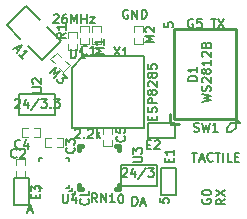
<source format=gto>
G04 (created by PCBNEW (2013-jul-07)-stable) date Sun 10 Jul 2016 10:25:08 PM EDT*
%MOIN*%
G04 Gerber Fmt 3.4, Leading zero omitted, Abs format*
%FSLAX34Y34*%
G01*
G70*
G90*
G04 APERTURE LIST*
%ADD10C,0.00590551*%
%ADD11C,0.00787402*%
%ADD12C,0.005*%
%ADD13C,0.006*%
%ADD14C,0.0028*%
%ADD15C,0.01*%
%ADD16C,0.015*%
G04 APERTURE END LIST*
G54D10*
G54D11*
X21610Y-16231D02*
X21760Y-16081D01*
X21460Y-16231D02*
X21610Y-16231D01*
X21460Y-16081D02*
X21460Y-16231D01*
X21610Y-15931D02*
X21460Y-16081D01*
X21910Y-15931D02*
X21610Y-15931D01*
X21760Y-15781D02*
X21910Y-15931D01*
X21760Y-16081D02*
X21760Y-15781D01*
G54D12*
X14758Y-12025D02*
X14121Y-12662D01*
X14121Y-12662D02*
X14581Y-13121D01*
X15462Y-12729D02*
X15921Y-13189D01*
X15921Y-13189D02*
X15285Y-13825D01*
X15285Y-13825D02*
X14825Y-13366D01*
X15217Y-12485D02*
X14758Y-12025D01*
X15734Y-14959D02*
X15734Y-15659D01*
X15734Y-15659D02*
X14534Y-15659D01*
X14534Y-15659D02*
X14534Y-14959D01*
X14534Y-14959D02*
X15734Y-14959D01*
X19118Y-17340D02*
X19118Y-18040D01*
X19118Y-18040D02*
X17918Y-18040D01*
X17918Y-18040D02*
X17918Y-17340D01*
X17918Y-17340D02*
X19118Y-17340D01*
G54D13*
X16675Y-13700D02*
X18325Y-13700D01*
X18325Y-13700D02*
X18700Y-13700D01*
X18700Y-13700D02*
X18700Y-16100D01*
X18700Y-16100D02*
X16300Y-16100D01*
X16300Y-16100D02*
X16300Y-14075D01*
X16300Y-14075D02*
X16675Y-13700D01*
G54D10*
X16388Y-18190D02*
X16388Y-18288D01*
X16388Y-18288D02*
X16290Y-18288D01*
X16290Y-18092D02*
X16290Y-18190D01*
X16290Y-18190D02*
X16192Y-18190D01*
X16093Y-17107D02*
X16192Y-17107D01*
X16192Y-17107D02*
X16192Y-17206D01*
X15207Y-17206D02*
X15207Y-17107D01*
X15207Y-17107D02*
X15306Y-17107D01*
X15306Y-18092D02*
X15207Y-18092D01*
X15207Y-18092D02*
X15207Y-17993D01*
X16192Y-17993D02*
X16192Y-18092D01*
X16192Y-18092D02*
X16093Y-18092D01*
G54D14*
X16950Y-13100D02*
X16950Y-13300D01*
X16950Y-13300D02*
X17250Y-13300D01*
X17250Y-13300D02*
X17250Y-13100D01*
X16950Y-12900D02*
X16950Y-12700D01*
X16950Y-12700D02*
X17250Y-12700D01*
X17250Y-12700D02*
X17250Y-12900D01*
X18650Y-12900D02*
X18650Y-12700D01*
X18650Y-12700D02*
X18350Y-12700D01*
X18350Y-12700D02*
X18350Y-12900D01*
X18650Y-13100D02*
X18650Y-13300D01*
X18650Y-13300D02*
X18350Y-13300D01*
X18350Y-13300D02*
X18350Y-13100D01*
G54D12*
X14350Y-18650D02*
X14350Y-17750D01*
X14350Y-17750D02*
X14850Y-17750D01*
X14850Y-17750D02*
X14850Y-18650D01*
X14850Y-18650D02*
X14350Y-18650D01*
X19740Y-16426D02*
X18840Y-16426D01*
X18840Y-16426D02*
X18840Y-15926D01*
X18840Y-15926D02*
X19740Y-15926D01*
X19740Y-15926D02*
X19740Y-16426D01*
X19777Y-17409D02*
X19777Y-18309D01*
X19777Y-18309D02*
X19277Y-18309D01*
X19277Y-18309D02*
X19277Y-17409D01*
X19277Y-17409D02*
X19777Y-17409D01*
G54D14*
X16461Y-13082D02*
X16461Y-12882D01*
X16461Y-12882D02*
X16161Y-12882D01*
X16161Y-12882D02*
X16161Y-13082D01*
X16461Y-13282D02*
X16461Y-13482D01*
X16461Y-13482D02*
X16161Y-13482D01*
X16161Y-13482D02*
X16161Y-13282D01*
X14735Y-17338D02*
X14735Y-17138D01*
X14735Y-17138D02*
X14435Y-17138D01*
X14435Y-17138D02*
X14435Y-17338D01*
X14735Y-17538D02*
X14735Y-17738D01*
X14735Y-17738D02*
X14435Y-17738D01*
X14435Y-17738D02*
X14435Y-17538D01*
X15596Y-16438D02*
X15396Y-16438D01*
X15396Y-16438D02*
X15396Y-16738D01*
X15396Y-16738D02*
X15596Y-16738D01*
X15796Y-16438D02*
X15996Y-16438D01*
X15996Y-16438D02*
X15996Y-16738D01*
X15996Y-16738D02*
X15796Y-16738D01*
G54D15*
X19558Y-15914D02*
X19598Y-15954D01*
X19598Y-15954D02*
X19873Y-15954D01*
X19558Y-15639D02*
X19558Y-15914D01*
X21763Y-15796D02*
X19716Y-15796D01*
X19716Y-15796D02*
X19716Y-12804D01*
X19716Y-12804D02*
X21763Y-12804D01*
X21763Y-12804D02*
X21763Y-15796D01*
G54D14*
X15024Y-16397D02*
X15224Y-16397D01*
X15224Y-16397D02*
X15224Y-16097D01*
X15224Y-16097D02*
X15024Y-16097D01*
X14824Y-16397D02*
X14624Y-16397D01*
X14624Y-16397D02*
X14624Y-16097D01*
X14624Y-16097D02*
X14824Y-16097D01*
X15864Y-14076D02*
X16006Y-14218D01*
X16006Y-14218D02*
X16218Y-14006D01*
X16218Y-14006D02*
X16076Y-13864D01*
X15723Y-13935D02*
X15581Y-13793D01*
X15581Y-13793D02*
X15793Y-13581D01*
X15793Y-13581D02*
X15935Y-13723D01*
G54D16*
X16648Y-18108D02*
X16530Y-18108D01*
X16530Y-18108D02*
X16530Y-17990D01*
X17751Y-16691D02*
X17869Y-16691D01*
X17869Y-16691D02*
X17869Y-16809D01*
X17869Y-17990D02*
X17869Y-18108D01*
X17869Y-18108D02*
X17751Y-18108D01*
X16648Y-16691D02*
X16530Y-16691D01*
X16530Y-16691D02*
X16530Y-16809D01*
G54D14*
X16850Y-12900D02*
X16850Y-12700D01*
X16850Y-12700D02*
X16550Y-12700D01*
X16550Y-12700D02*
X16550Y-12900D01*
X16850Y-13100D02*
X16850Y-13300D01*
X16850Y-13300D02*
X16550Y-13300D01*
X16550Y-13300D02*
X16550Y-13100D01*
X17640Y-16298D02*
X17640Y-16098D01*
X17640Y-16098D02*
X17340Y-16098D01*
X17340Y-16098D02*
X17340Y-16298D01*
X17640Y-16498D02*
X17640Y-16698D01*
X17640Y-16698D02*
X17340Y-16698D01*
X17340Y-16698D02*
X17340Y-16498D01*
G54D10*
X14417Y-13423D02*
X14518Y-13524D01*
X14336Y-13464D02*
X14619Y-13322D01*
X14477Y-13605D01*
X14659Y-13787D02*
X14538Y-13666D01*
X14599Y-13726D02*
X14811Y-13514D01*
X14760Y-13524D01*
X14720Y-13524D01*
X14689Y-13514D01*
X20360Y-16207D02*
X20402Y-16221D01*
X20474Y-16221D01*
X20502Y-16207D01*
X20517Y-16192D01*
X20531Y-16164D01*
X20531Y-16135D01*
X20517Y-16107D01*
X20502Y-16092D01*
X20474Y-16078D01*
X20417Y-16064D01*
X20388Y-16050D01*
X20374Y-16035D01*
X20360Y-16007D01*
X20360Y-15978D01*
X20374Y-15950D01*
X20388Y-15935D01*
X20417Y-15921D01*
X20488Y-15921D01*
X20531Y-15935D01*
X20631Y-15921D02*
X20702Y-16221D01*
X20760Y-16007D01*
X20817Y-16221D01*
X20888Y-15921D01*
X21160Y-16221D02*
X20988Y-16221D01*
X21074Y-16221D02*
X21074Y-15921D01*
X21045Y-15964D01*
X21017Y-15992D01*
X20988Y-16007D01*
X20290Y-16908D02*
X20462Y-16908D01*
X20376Y-17208D02*
X20376Y-16908D01*
X20548Y-17122D02*
X20690Y-17122D01*
X20519Y-17208D02*
X20619Y-16908D01*
X20719Y-17208D01*
X20990Y-17179D02*
X20976Y-17194D01*
X20933Y-17208D01*
X20905Y-17208D01*
X20862Y-17194D01*
X20833Y-17165D01*
X20819Y-17137D01*
X20805Y-17079D01*
X20805Y-17037D01*
X20819Y-16979D01*
X20833Y-16951D01*
X20862Y-16922D01*
X20905Y-16908D01*
X20933Y-16908D01*
X20976Y-16922D01*
X20990Y-16937D01*
X21076Y-16908D02*
X21248Y-16908D01*
X21162Y-17208D02*
X21162Y-16908D01*
X21348Y-17208D02*
X21348Y-16908D01*
X21633Y-17208D02*
X21490Y-17208D01*
X21490Y-16908D01*
X21733Y-17051D02*
X21833Y-17051D01*
X21876Y-17208D02*
X21733Y-17208D01*
X21733Y-16908D01*
X21876Y-16908D01*
X14979Y-14911D02*
X15221Y-14911D01*
X15250Y-14897D01*
X15264Y-14883D01*
X15279Y-14854D01*
X15279Y-14797D01*
X15264Y-14768D01*
X15250Y-14754D01*
X15221Y-14740D01*
X14979Y-14740D01*
X15007Y-14611D02*
X14993Y-14597D01*
X14979Y-14568D01*
X14979Y-14497D01*
X14993Y-14468D01*
X15007Y-14454D01*
X15036Y-14440D01*
X15064Y-14440D01*
X15107Y-14454D01*
X15279Y-14625D01*
X15279Y-14440D01*
X14399Y-15152D02*
X14413Y-15137D01*
X14442Y-15123D01*
X14513Y-15123D01*
X14542Y-15137D01*
X14556Y-15152D01*
X14570Y-15180D01*
X14570Y-15209D01*
X14556Y-15252D01*
X14384Y-15423D01*
X14570Y-15423D01*
X14827Y-15223D02*
X14827Y-15423D01*
X14756Y-15109D02*
X14684Y-15323D01*
X14870Y-15323D01*
X15199Y-15109D02*
X14942Y-15494D01*
X15270Y-15123D02*
X15456Y-15123D01*
X15356Y-15237D01*
X15399Y-15237D01*
X15427Y-15252D01*
X15442Y-15266D01*
X15456Y-15294D01*
X15456Y-15366D01*
X15442Y-15394D01*
X15427Y-15409D01*
X15399Y-15423D01*
X15313Y-15423D01*
X15284Y-15409D01*
X15270Y-15394D01*
X15584Y-15394D02*
X15599Y-15409D01*
X15584Y-15423D01*
X15570Y-15409D01*
X15584Y-15394D01*
X15584Y-15423D01*
X15699Y-15123D02*
X15884Y-15123D01*
X15784Y-15237D01*
X15827Y-15237D01*
X15856Y-15252D01*
X15870Y-15266D01*
X15884Y-15294D01*
X15884Y-15366D01*
X15870Y-15394D01*
X15856Y-15409D01*
X15827Y-15423D01*
X15742Y-15423D01*
X15713Y-15409D01*
X15699Y-15394D01*
X18331Y-17228D02*
X18574Y-17228D01*
X18602Y-17214D01*
X18617Y-17200D01*
X18631Y-17171D01*
X18631Y-17114D01*
X18617Y-17085D01*
X18602Y-17071D01*
X18574Y-17057D01*
X18331Y-17057D01*
X18331Y-16942D02*
X18331Y-16757D01*
X18445Y-16857D01*
X18445Y-16814D01*
X18460Y-16785D01*
X18474Y-16771D01*
X18502Y-16757D01*
X18574Y-16757D01*
X18602Y-16771D01*
X18617Y-16785D01*
X18631Y-16814D01*
X18631Y-16900D01*
X18617Y-16928D01*
X18602Y-16942D01*
X17973Y-17456D02*
X17987Y-17441D01*
X18016Y-17427D01*
X18087Y-17427D01*
X18116Y-17441D01*
X18130Y-17456D01*
X18144Y-17484D01*
X18144Y-17513D01*
X18130Y-17556D01*
X17959Y-17727D01*
X18144Y-17727D01*
X18402Y-17527D02*
X18402Y-17727D01*
X18330Y-17413D02*
X18259Y-17627D01*
X18444Y-17627D01*
X18773Y-17413D02*
X18516Y-17798D01*
X18844Y-17427D02*
X19030Y-17427D01*
X18930Y-17541D01*
X18973Y-17541D01*
X19002Y-17556D01*
X19016Y-17570D01*
X19030Y-17598D01*
X19030Y-17670D01*
X19016Y-17698D01*
X19002Y-17713D01*
X18973Y-17727D01*
X18887Y-17727D01*
X18859Y-17713D01*
X18844Y-17698D01*
X16251Y-13461D02*
X16251Y-13704D01*
X16265Y-13732D01*
X16280Y-13747D01*
X16308Y-13761D01*
X16365Y-13761D01*
X16394Y-13747D01*
X16408Y-13732D01*
X16422Y-13704D01*
X16422Y-13461D01*
X16722Y-13761D02*
X16551Y-13761D01*
X16637Y-13761D02*
X16637Y-13461D01*
X16608Y-13504D01*
X16580Y-13532D01*
X16551Y-13547D01*
X18964Y-15828D02*
X18964Y-15728D01*
X19121Y-15685D02*
X19121Y-15828D01*
X18821Y-15828D01*
X18821Y-15685D01*
X19107Y-15571D02*
X19121Y-15528D01*
X19121Y-15457D01*
X19107Y-15428D01*
X19092Y-15414D01*
X19064Y-15399D01*
X19035Y-15399D01*
X19007Y-15414D01*
X18992Y-15428D01*
X18978Y-15457D01*
X18964Y-15514D01*
X18950Y-15542D01*
X18935Y-15557D01*
X18907Y-15571D01*
X18878Y-15571D01*
X18850Y-15557D01*
X18835Y-15542D01*
X18821Y-15514D01*
X18821Y-15442D01*
X18835Y-15399D01*
X19121Y-15271D02*
X18821Y-15271D01*
X18821Y-15157D01*
X18835Y-15128D01*
X18850Y-15114D01*
X18878Y-15099D01*
X18921Y-15099D01*
X18950Y-15114D01*
X18964Y-15128D01*
X18978Y-15157D01*
X18978Y-15271D01*
X18950Y-14928D02*
X18935Y-14957D01*
X18921Y-14971D01*
X18892Y-14985D01*
X18878Y-14985D01*
X18850Y-14971D01*
X18835Y-14957D01*
X18821Y-14928D01*
X18821Y-14871D01*
X18835Y-14842D01*
X18850Y-14828D01*
X18878Y-14814D01*
X18892Y-14814D01*
X18921Y-14828D01*
X18935Y-14842D01*
X18950Y-14871D01*
X18950Y-14928D01*
X18964Y-14957D01*
X18978Y-14971D01*
X19007Y-14985D01*
X19064Y-14985D01*
X19092Y-14971D01*
X19107Y-14957D01*
X19121Y-14928D01*
X19121Y-14871D01*
X19107Y-14842D01*
X19092Y-14828D01*
X19064Y-14814D01*
X19007Y-14814D01*
X18978Y-14828D01*
X18964Y-14842D01*
X18950Y-14871D01*
X18850Y-14699D02*
X18835Y-14685D01*
X18821Y-14657D01*
X18821Y-14585D01*
X18835Y-14557D01*
X18850Y-14542D01*
X18878Y-14528D01*
X18907Y-14528D01*
X18950Y-14542D01*
X19121Y-14714D01*
X19121Y-14528D01*
X18950Y-14357D02*
X18935Y-14385D01*
X18921Y-14399D01*
X18892Y-14414D01*
X18878Y-14414D01*
X18850Y-14399D01*
X18835Y-14385D01*
X18821Y-14357D01*
X18821Y-14299D01*
X18835Y-14271D01*
X18850Y-14257D01*
X18878Y-14242D01*
X18892Y-14242D01*
X18921Y-14257D01*
X18935Y-14271D01*
X18950Y-14299D01*
X18950Y-14357D01*
X18964Y-14385D01*
X18978Y-14399D01*
X19007Y-14414D01*
X19064Y-14414D01*
X19092Y-14399D01*
X19107Y-14385D01*
X19121Y-14357D01*
X19121Y-14299D01*
X19107Y-14271D01*
X19092Y-14257D01*
X19064Y-14242D01*
X19007Y-14242D01*
X18978Y-14257D01*
X18964Y-14271D01*
X18950Y-14299D01*
X18821Y-13971D02*
X18821Y-14114D01*
X18964Y-14128D01*
X18950Y-14114D01*
X18935Y-14085D01*
X18935Y-14014D01*
X18950Y-13985D01*
X18964Y-13971D01*
X18992Y-13957D01*
X19064Y-13957D01*
X19092Y-13971D01*
X19107Y-13985D01*
X19121Y-14014D01*
X19121Y-14085D01*
X19107Y-14114D01*
X19092Y-14128D01*
X15989Y-18289D02*
X15989Y-18532D01*
X16003Y-18560D01*
X16018Y-18575D01*
X16046Y-18589D01*
X16103Y-18589D01*
X16132Y-18575D01*
X16146Y-18560D01*
X16160Y-18532D01*
X16160Y-18289D01*
X16432Y-18389D02*
X16432Y-18589D01*
X16360Y-18275D02*
X16289Y-18489D01*
X16475Y-18489D01*
X20939Y-12463D02*
X21110Y-12463D01*
X21025Y-12763D02*
X21025Y-12463D01*
X21182Y-12463D02*
X21382Y-12763D01*
X21382Y-12463D02*
X21182Y-12763D01*
X21406Y-18464D02*
X21263Y-18564D01*
X21406Y-18635D02*
X21106Y-18635D01*
X21106Y-18521D01*
X21120Y-18492D01*
X21135Y-18478D01*
X21163Y-18464D01*
X21206Y-18464D01*
X21235Y-18478D01*
X21249Y-18492D01*
X21263Y-18521D01*
X21263Y-18635D01*
X21106Y-18364D02*
X21406Y-18164D01*
X21106Y-18164D02*
X21406Y-18364D01*
X18163Y-12157D02*
X18134Y-12143D01*
X18092Y-12143D01*
X18049Y-12157D01*
X18020Y-12186D01*
X18006Y-12214D01*
X17992Y-12272D01*
X17992Y-12314D01*
X18006Y-12372D01*
X18020Y-12400D01*
X18049Y-12429D01*
X18092Y-12443D01*
X18120Y-12443D01*
X18163Y-12429D01*
X18177Y-12414D01*
X18177Y-12314D01*
X18120Y-12314D01*
X18306Y-12443D02*
X18306Y-12143D01*
X18477Y-12443D01*
X18477Y-12143D01*
X18620Y-12443D02*
X18620Y-12143D01*
X18692Y-12143D01*
X18734Y-12157D01*
X18763Y-12186D01*
X18777Y-12214D01*
X18792Y-12272D01*
X18792Y-12314D01*
X18777Y-12372D01*
X18763Y-12400D01*
X18734Y-12429D01*
X18692Y-12443D01*
X18620Y-12443D01*
X17695Y-13389D02*
X17895Y-13689D01*
X17895Y-13389D02*
X17695Y-13689D01*
X18166Y-13689D02*
X17995Y-13689D01*
X18080Y-13689D02*
X18080Y-13389D01*
X18052Y-13432D01*
X18023Y-13460D01*
X17995Y-13475D01*
X15687Y-12328D02*
X15701Y-12313D01*
X15730Y-12299D01*
X15801Y-12299D01*
X15830Y-12313D01*
X15844Y-12328D01*
X15858Y-12356D01*
X15858Y-12385D01*
X15844Y-12428D01*
X15673Y-12599D01*
X15858Y-12599D01*
X16116Y-12299D02*
X16058Y-12299D01*
X16030Y-12313D01*
X16016Y-12328D01*
X15987Y-12370D01*
X15973Y-12428D01*
X15973Y-12542D01*
X15987Y-12570D01*
X16001Y-12585D01*
X16030Y-12599D01*
X16087Y-12599D01*
X16116Y-12585D01*
X16130Y-12570D01*
X16144Y-12542D01*
X16144Y-12470D01*
X16130Y-12442D01*
X16116Y-12428D01*
X16087Y-12413D01*
X16030Y-12413D01*
X16001Y-12428D01*
X15987Y-12442D01*
X15973Y-12470D01*
X16273Y-12599D02*
X16273Y-12299D01*
X16373Y-12513D01*
X16473Y-12299D01*
X16473Y-12599D01*
X16616Y-12599D02*
X16616Y-12299D01*
X16616Y-12442D02*
X16787Y-12442D01*
X16787Y-12599D02*
X16787Y-12299D01*
X16901Y-12399D02*
X17058Y-12399D01*
X16901Y-12599D01*
X17058Y-12599D01*
X17357Y-13638D02*
X17057Y-13638D01*
X17271Y-13538D01*
X17057Y-13438D01*
X17357Y-13438D01*
X17357Y-13138D02*
X17357Y-13310D01*
X17357Y-13224D02*
X17057Y-13224D01*
X17100Y-13253D01*
X17128Y-13281D01*
X17143Y-13310D01*
X19039Y-13220D02*
X18739Y-13220D01*
X18953Y-13120D01*
X18739Y-13020D01*
X19039Y-13020D01*
X18768Y-12892D02*
X18753Y-12877D01*
X18739Y-12849D01*
X18739Y-12777D01*
X18753Y-12749D01*
X18768Y-12735D01*
X18796Y-12720D01*
X18825Y-12720D01*
X18868Y-12735D01*
X19039Y-12906D01*
X19039Y-12720D01*
X14828Y-18835D02*
X14971Y-18835D01*
X14800Y-18921D02*
X14900Y-18621D01*
X15000Y-18921D01*
X15083Y-18438D02*
X15083Y-18338D01*
X15241Y-18295D02*
X15241Y-18438D01*
X14941Y-18438D01*
X14941Y-18295D01*
X14941Y-18195D02*
X14941Y-18010D01*
X15055Y-18110D01*
X15055Y-18067D01*
X15069Y-18038D01*
X15083Y-18024D01*
X15112Y-18010D01*
X15183Y-18010D01*
X15212Y-18024D01*
X15226Y-18038D01*
X15241Y-18067D01*
X15241Y-18152D01*
X15226Y-18181D01*
X15212Y-18195D01*
X18792Y-16648D02*
X18892Y-16648D01*
X18935Y-16805D02*
X18792Y-16805D01*
X18792Y-16505D01*
X18935Y-16505D01*
X19050Y-16534D02*
X19064Y-16519D01*
X19092Y-16505D01*
X19164Y-16505D01*
X19192Y-16519D01*
X19207Y-16534D01*
X19221Y-16562D01*
X19221Y-16591D01*
X19207Y-16634D01*
X19035Y-16805D01*
X19221Y-16805D01*
X19534Y-17237D02*
X19534Y-17137D01*
X19691Y-17094D02*
X19691Y-17237D01*
X19391Y-17237D01*
X19391Y-17094D01*
X19691Y-16808D02*
X19691Y-16979D01*
X19691Y-16894D02*
X19391Y-16894D01*
X19434Y-16922D01*
X19462Y-16951D01*
X19477Y-16979D01*
X16798Y-13614D02*
X16783Y-13629D01*
X16740Y-13643D01*
X16712Y-13643D01*
X16669Y-13629D01*
X16640Y-13600D01*
X16626Y-13572D01*
X16612Y-13514D01*
X16612Y-13472D01*
X16626Y-13414D01*
X16640Y-13386D01*
X16669Y-13357D01*
X16712Y-13343D01*
X16740Y-13343D01*
X16783Y-13357D01*
X16798Y-13372D01*
X17083Y-13643D02*
X16912Y-13643D01*
X16998Y-13643D02*
X16998Y-13343D01*
X16969Y-13386D01*
X16940Y-13414D01*
X16912Y-13429D01*
X14454Y-17058D02*
X14439Y-17073D01*
X14396Y-17087D01*
X14368Y-17087D01*
X14325Y-17073D01*
X14296Y-17044D01*
X14282Y-17016D01*
X14268Y-16958D01*
X14268Y-16916D01*
X14282Y-16858D01*
X14296Y-16830D01*
X14325Y-16801D01*
X14368Y-16787D01*
X14396Y-16787D01*
X14439Y-16801D01*
X14454Y-16816D01*
X14568Y-16816D02*
X14582Y-16801D01*
X14611Y-16787D01*
X14682Y-16787D01*
X14711Y-16801D01*
X14725Y-16816D01*
X14739Y-16844D01*
X14739Y-16873D01*
X14725Y-16916D01*
X14554Y-17087D01*
X14739Y-17087D01*
X16360Y-16746D02*
X16375Y-16760D01*
X16389Y-16803D01*
X16389Y-16831D01*
X16375Y-16874D01*
X16346Y-16903D01*
X16318Y-16917D01*
X16260Y-16931D01*
X16218Y-16931D01*
X16160Y-16917D01*
X16132Y-16903D01*
X16103Y-16874D01*
X16089Y-16831D01*
X16089Y-16803D01*
X16103Y-16760D01*
X16118Y-16746D01*
X16089Y-16646D02*
X16089Y-16460D01*
X16203Y-16560D01*
X16203Y-16517D01*
X16218Y-16488D01*
X16232Y-16474D01*
X16260Y-16460D01*
X16332Y-16460D01*
X16360Y-16474D01*
X16375Y-16488D01*
X16389Y-16517D01*
X16389Y-16603D01*
X16375Y-16631D01*
X16360Y-16646D01*
X19221Y-18428D02*
X19221Y-18571D01*
X19364Y-18585D01*
X19350Y-18571D01*
X19335Y-18542D01*
X19335Y-18471D01*
X19350Y-18442D01*
X19364Y-18428D01*
X19392Y-18414D01*
X19464Y-18414D01*
X19492Y-18428D01*
X19507Y-18442D01*
X19521Y-18471D01*
X19521Y-18542D01*
X19507Y-18571D01*
X19492Y-18585D01*
X17912Y-18294D02*
X17941Y-18294D01*
X17969Y-18308D01*
X17984Y-18323D01*
X17998Y-18351D01*
X18012Y-18408D01*
X18012Y-18480D01*
X17998Y-18537D01*
X17984Y-18565D01*
X17969Y-18580D01*
X17941Y-18594D01*
X17912Y-18594D01*
X17884Y-18580D01*
X17869Y-18565D01*
X17855Y-18537D01*
X17841Y-18480D01*
X17841Y-18408D01*
X17855Y-18351D01*
X17869Y-18323D01*
X17884Y-18308D01*
X17912Y-18294D01*
X20473Y-14521D02*
X20173Y-14521D01*
X20173Y-14449D01*
X20187Y-14406D01*
X20215Y-14378D01*
X20244Y-14363D01*
X20301Y-14349D01*
X20344Y-14349D01*
X20401Y-14363D01*
X20430Y-14378D01*
X20458Y-14406D01*
X20473Y-14449D01*
X20473Y-14521D01*
X20473Y-14063D02*
X20473Y-14235D01*
X20473Y-14149D02*
X20173Y-14149D01*
X20215Y-14178D01*
X20244Y-14206D01*
X20258Y-14235D01*
X20629Y-15213D02*
X20929Y-15142D01*
X20715Y-15085D01*
X20929Y-15028D01*
X20629Y-14956D01*
X20915Y-14856D02*
X20929Y-14813D01*
X20929Y-14742D01*
X20915Y-14713D01*
X20901Y-14699D01*
X20872Y-14685D01*
X20843Y-14685D01*
X20815Y-14699D01*
X20801Y-14713D01*
X20786Y-14742D01*
X20772Y-14799D01*
X20758Y-14828D01*
X20743Y-14842D01*
X20715Y-14856D01*
X20686Y-14856D01*
X20658Y-14842D01*
X20643Y-14828D01*
X20629Y-14799D01*
X20629Y-14728D01*
X20643Y-14685D01*
X20658Y-14570D02*
X20643Y-14556D01*
X20629Y-14528D01*
X20629Y-14456D01*
X20643Y-14428D01*
X20658Y-14413D01*
X20686Y-14399D01*
X20715Y-14399D01*
X20758Y-14413D01*
X20929Y-14585D01*
X20929Y-14399D01*
X20758Y-14228D02*
X20743Y-14256D01*
X20729Y-14270D01*
X20701Y-14285D01*
X20686Y-14285D01*
X20658Y-14270D01*
X20643Y-14256D01*
X20629Y-14228D01*
X20629Y-14170D01*
X20643Y-14142D01*
X20658Y-14128D01*
X20686Y-14113D01*
X20701Y-14113D01*
X20729Y-14128D01*
X20743Y-14142D01*
X20758Y-14170D01*
X20758Y-14228D01*
X20772Y-14256D01*
X20786Y-14270D01*
X20815Y-14285D01*
X20872Y-14285D01*
X20901Y-14270D01*
X20915Y-14256D01*
X20929Y-14228D01*
X20929Y-14170D01*
X20915Y-14142D01*
X20901Y-14128D01*
X20872Y-14113D01*
X20815Y-14113D01*
X20786Y-14128D01*
X20772Y-14142D01*
X20758Y-14170D01*
X20929Y-13828D02*
X20929Y-13999D01*
X20929Y-13913D02*
X20629Y-13913D01*
X20672Y-13942D01*
X20701Y-13970D01*
X20715Y-13999D01*
X20658Y-13713D02*
X20643Y-13699D01*
X20629Y-13670D01*
X20629Y-13599D01*
X20643Y-13570D01*
X20658Y-13556D01*
X20686Y-13542D01*
X20715Y-13542D01*
X20758Y-13556D01*
X20929Y-13728D01*
X20929Y-13542D01*
X20772Y-13313D02*
X20786Y-13270D01*
X20801Y-13256D01*
X20829Y-13242D01*
X20872Y-13242D01*
X20901Y-13256D01*
X20915Y-13270D01*
X20929Y-13299D01*
X20929Y-13413D01*
X20629Y-13413D01*
X20629Y-13313D01*
X20643Y-13285D01*
X20658Y-13270D01*
X20686Y-13256D01*
X20715Y-13256D01*
X20743Y-13270D01*
X20758Y-13285D01*
X20772Y-13313D01*
X20772Y-13413D01*
X14580Y-16746D02*
X14565Y-16761D01*
X14522Y-16775D01*
X14494Y-16775D01*
X14451Y-16761D01*
X14422Y-16732D01*
X14408Y-16704D01*
X14394Y-16646D01*
X14394Y-16604D01*
X14408Y-16546D01*
X14422Y-16518D01*
X14451Y-16489D01*
X14494Y-16475D01*
X14522Y-16475D01*
X14565Y-16489D01*
X14580Y-16504D01*
X14837Y-16575D02*
X14837Y-16775D01*
X14765Y-16461D02*
X14694Y-16675D01*
X14880Y-16675D01*
X15556Y-14270D02*
X15768Y-14058D01*
X15687Y-14280D01*
X15909Y-14199D01*
X15697Y-14411D01*
X15990Y-14280D02*
X16122Y-14411D01*
X15970Y-14421D01*
X16000Y-14451D01*
X16010Y-14482D01*
X16010Y-14502D01*
X16000Y-14532D01*
X15950Y-14583D01*
X15920Y-14593D01*
X15899Y-14593D01*
X15869Y-14583D01*
X15808Y-14522D01*
X15798Y-14492D01*
X15798Y-14472D01*
X17131Y-18566D02*
X17031Y-18423D01*
X16960Y-18566D02*
X16960Y-18266D01*
X17074Y-18266D01*
X17103Y-18280D01*
X17117Y-18295D01*
X17131Y-18323D01*
X17131Y-18366D01*
X17117Y-18395D01*
X17103Y-18409D01*
X17074Y-18423D01*
X16960Y-18423D01*
X17260Y-18566D02*
X17260Y-18266D01*
X17431Y-18566D01*
X17431Y-18266D01*
X17731Y-18566D02*
X17560Y-18566D01*
X17646Y-18566D02*
X17646Y-18266D01*
X17617Y-18309D01*
X17589Y-18337D01*
X17560Y-18352D01*
X16400Y-16154D02*
X16414Y-16139D01*
X16443Y-16125D01*
X16514Y-16125D01*
X16543Y-16139D01*
X16557Y-16154D01*
X16572Y-16182D01*
X16572Y-16211D01*
X16557Y-16254D01*
X16386Y-16425D01*
X16572Y-16425D01*
X16700Y-16396D02*
X16714Y-16411D01*
X16700Y-16425D01*
X16686Y-16411D01*
X16700Y-16396D01*
X16700Y-16425D01*
X16829Y-16154D02*
X16843Y-16139D01*
X16872Y-16125D01*
X16943Y-16125D01*
X16972Y-16139D01*
X16986Y-16154D01*
X17000Y-16182D01*
X17000Y-16211D01*
X16986Y-16254D01*
X16814Y-16425D01*
X17000Y-16425D01*
X17129Y-16425D02*
X17129Y-16125D01*
X17157Y-16311D02*
X17243Y-16425D01*
X17243Y-16225D02*
X17129Y-16339D01*
X19369Y-12582D02*
X19369Y-12725D01*
X19512Y-12739D01*
X19498Y-12725D01*
X19483Y-12696D01*
X19483Y-12625D01*
X19498Y-12596D01*
X19512Y-12582D01*
X19540Y-12568D01*
X19612Y-12568D01*
X19640Y-12582D01*
X19655Y-12596D01*
X19669Y-12625D01*
X19669Y-12696D01*
X19655Y-12725D01*
X19640Y-12739D01*
X16091Y-12924D02*
X15948Y-13024D01*
X16091Y-13095D02*
X15791Y-13095D01*
X15791Y-12981D01*
X15805Y-12952D01*
X15820Y-12938D01*
X15848Y-12924D01*
X15891Y-12924D01*
X15920Y-12938D01*
X15934Y-12952D01*
X15948Y-12981D01*
X15948Y-13095D01*
X16091Y-12638D02*
X16091Y-12809D01*
X16091Y-12724D02*
X15791Y-12724D01*
X15834Y-12752D01*
X15862Y-12781D01*
X15877Y-12809D01*
X18040Y-16368D02*
X18055Y-16382D01*
X18069Y-16425D01*
X18069Y-16453D01*
X18055Y-16496D01*
X18026Y-16525D01*
X17998Y-16539D01*
X17940Y-16553D01*
X17898Y-16553D01*
X17840Y-16539D01*
X17812Y-16525D01*
X17783Y-16496D01*
X17769Y-16453D01*
X17769Y-16425D01*
X17783Y-16382D01*
X17798Y-16368D01*
X17769Y-16096D02*
X17769Y-16239D01*
X17912Y-16253D01*
X17898Y-16239D01*
X17883Y-16210D01*
X17883Y-16139D01*
X17898Y-16110D01*
X17912Y-16096D01*
X17940Y-16082D01*
X18012Y-16082D01*
X18040Y-16096D01*
X18055Y-16110D01*
X18069Y-16139D01*
X18069Y-16210D01*
X18055Y-16239D01*
X18040Y-16253D01*
X20333Y-12470D02*
X20305Y-12456D01*
X20262Y-12456D01*
X20219Y-12470D01*
X20190Y-12499D01*
X20176Y-12527D01*
X20162Y-12585D01*
X20162Y-12627D01*
X20176Y-12685D01*
X20190Y-12713D01*
X20219Y-12742D01*
X20262Y-12756D01*
X20290Y-12756D01*
X20333Y-12742D01*
X20348Y-12727D01*
X20348Y-12627D01*
X20290Y-12627D01*
X20619Y-12456D02*
X20476Y-12456D01*
X20462Y-12599D01*
X20476Y-12585D01*
X20505Y-12570D01*
X20576Y-12570D01*
X20605Y-12585D01*
X20619Y-12599D01*
X20633Y-12627D01*
X20633Y-12699D01*
X20619Y-12727D01*
X20605Y-12742D01*
X20576Y-12756D01*
X20505Y-12756D01*
X20476Y-12742D01*
X20462Y-12727D01*
X20648Y-18456D02*
X20634Y-18484D01*
X20634Y-18527D01*
X20648Y-18570D01*
X20677Y-18599D01*
X20705Y-18613D01*
X20763Y-18627D01*
X20805Y-18627D01*
X20863Y-18613D01*
X20891Y-18599D01*
X20920Y-18570D01*
X20934Y-18527D01*
X20934Y-18499D01*
X20920Y-18456D01*
X20905Y-18442D01*
X20805Y-18442D01*
X20805Y-18499D01*
X20634Y-18256D02*
X20634Y-18227D01*
X20648Y-18199D01*
X20663Y-18184D01*
X20691Y-18170D01*
X20748Y-18156D01*
X20820Y-18156D01*
X20877Y-18170D01*
X20905Y-18184D01*
X20920Y-18199D01*
X20934Y-18227D01*
X20934Y-18256D01*
X20920Y-18284D01*
X20905Y-18299D01*
X20877Y-18313D01*
X20820Y-18327D01*
X20748Y-18327D01*
X20691Y-18313D01*
X20663Y-18299D01*
X20648Y-18284D01*
X20634Y-18256D01*
X18314Y-18678D02*
X18314Y-18378D01*
X18386Y-18378D01*
X18429Y-18392D01*
X18457Y-18421D01*
X18472Y-18449D01*
X18486Y-18507D01*
X18486Y-18549D01*
X18472Y-18607D01*
X18457Y-18635D01*
X18429Y-18664D01*
X18386Y-18678D01*
X18314Y-18678D01*
X18600Y-18592D02*
X18743Y-18592D01*
X18572Y-18678D02*
X18672Y-18378D01*
X18772Y-18678D01*
X16836Y-18459D02*
X16851Y-18473D01*
X16865Y-18516D01*
X16865Y-18545D01*
X16851Y-18588D01*
X16822Y-18616D01*
X16794Y-18630D01*
X16736Y-18645D01*
X16694Y-18645D01*
X16636Y-18630D01*
X16608Y-18616D01*
X16579Y-18588D01*
X16565Y-18545D01*
X16565Y-18516D01*
X16579Y-18473D01*
X16594Y-18459D01*
X16865Y-18188D02*
X16865Y-18330D01*
X16565Y-18330D01*
M02*

</source>
